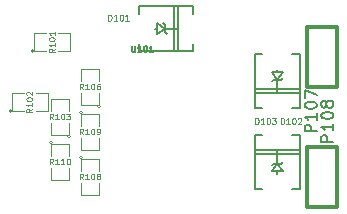
<source format=gto>
G04 (created by PCBNEW (2013-07-07 BZR 4022)-stable) date 03/01/2015 23:01:15*
%MOIN*%
G04 Gerber Fmt 3.4, Leading zero omitted, Abs format*
%FSLAX34Y34*%
G01*
G70*
G90*
G04 APERTURE LIST*
%ADD10C,0.00590551*%
%ADD11C,0.005*%
%ADD12C,0.0039*%
%ADD13C,0.012*%
%ADD14C,0.0047*%
%ADD15C,0.0043*%
%ADD16C,0.008*%
G04 APERTURE END LIST*
G54D10*
G54D11*
X94000Y-57500D02*
X94000Y-57420D01*
X94750Y-56900D02*
X94750Y-58700D01*
X94750Y-58700D02*
X94500Y-58700D01*
X93250Y-58060D02*
X94750Y-58060D01*
X93250Y-58190D02*
X94750Y-58190D01*
X93500Y-56900D02*
X93250Y-56900D01*
X93250Y-56900D02*
X93250Y-58700D01*
X93250Y-58700D02*
X93500Y-58700D01*
X94500Y-56900D02*
X94750Y-56900D01*
X94000Y-57750D02*
X94187Y-57500D01*
X94187Y-57500D02*
X94000Y-57500D01*
X94000Y-57500D02*
X93813Y-57500D01*
X93813Y-57500D02*
X94000Y-57750D01*
X94000Y-57750D02*
X94125Y-57750D01*
X94125Y-57750D02*
X94187Y-57688D01*
X94000Y-57750D02*
X93875Y-57750D01*
X93875Y-57750D02*
X93813Y-57812D01*
X94000Y-57750D02*
X94000Y-58187D01*
X94000Y-60800D02*
X94000Y-60880D01*
X93250Y-61400D02*
X93250Y-59600D01*
X93250Y-59600D02*
X93500Y-59600D01*
X94750Y-60240D02*
X93250Y-60240D01*
X94750Y-60110D02*
X93250Y-60110D01*
X94500Y-61400D02*
X94750Y-61400D01*
X94750Y-61400D02*
X94750Y-59600D01*
X94750Y-59600D02*
X94500Y-59600D01*
X93500Y-61400D02*
X93250Y-61400D01*
X94000Y-60550D02*
X93813Y-60800D01*
X93813Y-60800D02*
X94000Y-60800D01*
X94000Y-60800D02*
X94187Y-60800D01*
X94187Y-60800D02*
X94000Y-60550D01*
X94000Y-60550D02*
X93875Y-60550D01*
X93875Y-60550D02*
X93813Y-60612D01*
X94000Y-60550D02*
X94125Y-60550D01*
X94125Y-60550D02*
X94187Y-60488D01*
X94000Y-60550D02*
X94000Y-60113D01*
X90000Y-56050D02*
X89920Y-56050D01*
X89400Y-55300D02*
X91200Y-55300D01*
X91200Y-55300D02*
X91200Y-55550D01*
X90560Y-56800D02*
X90560Y-55300D01*
X90690Y-56800D02*
X90690Y-55300D01*
X89400Y-56550D02*
X89400Y-56800D01*
X89400Y-56800D02*
X91200Y-56800D01*
X91200Y-56800D02*
X91200Y-56550D01*
X89400Y-55550D02*
X89400Y-55300D01*
X90250Y-56050D02*
X90000Y-55863D01*
X90000Y-55863D02*
X90000Y-56050D01*
X90000Y-56050D02*
X90000Y-56237D01*
X90000Y-56237D02*
X90250Y-56050D01*
X90250Y-56050D02*
X90250Y-55925D01*
X90250Y-55925D02*
X90188Y-55863D01*
X90250Y-56050D02*
X90250Y-56175D01*
X90250Y-56175D02*
X90312Y-56237D01*
X90250Y-56050D02*
X90687Y-56050D01*
G54D12*
X85900Y-56800D02*
G75*
G03X85900Y-56800I-50J0D01*
G74*
G01*
X86300Y-56800D02*
X85900Y-56800D01*
X85900Y-56800D02*
X85900Y-56200D01*
X85900Y-56200D02*
X86300Y-56200D01*
X86700Y-56200D02*
X87100Y-56200D01*
X87100Y-56200D02*
X87100Y-56800D01*
X87100Y-56800D02*
X86700Y-56800D01*
X87100Y-59650D02*
G75*
G03X87100Y-59650I-50J0D01*
G74*
G01*
X87050Y-59200D02*
X87050Y-59600D01*
X87050Y-59600D02*
X86450Y-59600D01*
X86450Y-59600D02*
X86450Y-59200D01*
X86450Y-58800D02*
X86450Y-58400D01*
X86450Y-58400D02*
X87050Y-58400D01*
X87050Y-58400D02*
X87050Y-58800D01*
X85150Y-58800D02*
G75*
G03X85150Y-58800I-50J0D01*
G74*
G01*
X85550Y-58800D02*
X85150Y-58800D01*
X85150Y-58800D02*
X85150Y-58200D01*
X85150Y-58200D02*
X85550Y-58200D01*
X85950Y-58200D02*
X86350Y-58200D01*
X86350Y-58200D02*
X86350Y-58800D01*
X86350Y-58800D02*
X85950Y-58800D01*
X87500Y-60350D02*
G75*
G03X87500Y-60350I-50J0D01*
G74*
G01*
X87450Y-60800D02*
X87450Y-60400D01*
X87450Y-60400D02*
X88050Y-60400D01*
X88050Y-60400D02*
X88050Y-60800D01*
X88050Y-61200D02*
X88050Y-61600D01*
X88050Y-61600D02*
X87450Y-61600D01*
X87450Y-61600D02*
X87450Y-61200D01*
X86500Y-59850D02*
G75*
G03X86500Y-59850I-50J0D01*
G74*
G01*
X86450Y-60300D02*
X86450Y-59900D01*
X86450Y-59900D02*
X87050Y-59900D01*
X87050Y-59900D02*
X87050Y-60300D01*
X87050Y-60700D02*
X87050Y-61100D01*
X87050Y-61100D02*
X86450Y-61100D01*
X86450Y-61100D02*
X86450Y-60700D01*
X87500Y-58850D02*
G75*
G03X87500Y-58850I-50J0D01*
G74*
G01*
X87450Y-59300D02*
X87450Y-58900D01*
X87450Y-58900D02*
X88050Y-58900D01*
X88050Y-58900D02*
X88050Y-59300D01*
X88050Y-59700D02*
X88050Y-60100D01*
X88050Y-60100D02*
X87450Y-60100D01*
X87450Y-60100D02*
X87450Y-59700D01*
X88100Y-58650D02*
G75*
G03X88100Y-58650I-50J0D01*
G74*
G01*
X88050Y-58200D02*
X88050Y-58600D01*
X88050Y-58600D02*
X87450Y-58600D01*
X87450Y-58600D02*
X87450Y-58200D01*
X87450Y-57800D02*
X87450Y-57400D01*
X87450Y-57400D02*
X88050Y-57400D01*
X88050Y-57400D02*
X88050Y-57800D01*
G54D13*
X95000Y-60000D02*
X96000Y-60000D01*
X96000Y-60000D02*
X96000Y-62000D01*
X96000Y-62000D02*
X95000Y-62000D01*
X95000Y-62000D02*
X95000Y-60000D01*
X95000Y-56000D02*
X96000Y-56000D01*
X96000Y-56000D02*
X96000Y-58000D01*
X96000Y-58000D02*
X95000Y-58000D01*
X95000Y-58000D02*
X95000Y-56000D01*
G54D14*
X94111Y-59230D02*
X94111Y-59030D01*
X94159Y-59030D01*
X94188Y-59040D01*
X94207Y-59059D01*
X94216Y-59078D01*
X94226Y-59116D01*
X94226Y-59145D01*
X94216Y-59183D01*
X94207Y-59202D01*
X94188Y-59221D01*
X94159Y-59230D01*
X94111Y-59230D01*
X94416Y-59230D02*
X94302Y-59230D01*
X94359Y-59230D02*
X94359Y-59030D01*
X94340Y-59059D01*
X94321Y-59078D01*
X94302Y-59088D01*
X94540Y-59030D02*
X94559Y-59030D01*
X94578Y-59040D01*
X94588Y-59050D01*
X94597Y-59069D01*
X94607Y-59107D01*
X94607Y-59154D01*
X94597Y-59192D01*
X94588Y-59211D01*
X94578Y-59221D01*
X94559Y-59230D01*
X94540Y-59230D01*
X94521Y-59221D01*
X94511Y-59211D01*
X94502Y-59192D01*
X94492Y-59154D01*
X94492Y-59107D01*
X94502Y-59069D01*
X94511Y-59050D01*
X94521Y-59040D01*
X94540Y-59030D01*
X94683Y-59050D02*
X94692Y-59040D01*
X94711Y-59030D01*
X94759Y-59030D01*
X94778Y-59040D01*
X94788Y-59050D01*
X94797Y-59069D01*
X94797Y-59088D01*
X94788Y-59116D01*
X94673Y-59230D01*
X94797Y-59230D01*
X93261Y-59230D02*
X93261Y-59030D01*
X93309Y-59030D01*
X93338Y-59040D01*
X93357Y-59059D01*
X93366Y-59078D01*
X93376Y-59116D01*
X93376Y-59145D01*
X93366Y-59183D01*
X93357Y-59202D01*
X93338Y-59221D01*
X93309Y-59230D01*
X93261Y-59230D01*
X93566Y-59230D02*
X93452Y-59230D01*
X93509Y-59230D02*
X93509Y-59030D01*
X93490Y-59059D01*
X93471Y-59078D01*
X93452Y-59088D01*
X93690Y-59030D02*
X93709Y-59030D01*
X93728Y-59040D01*
X93738Y-59050D01*
X93747Y-59069D01*
X93757Y-59107D01*
X93757Y-59154D01*
X93747Y-59192D01*
X93738Y-59211D01*
X93728Y-59221D01*
X93709Y-59230D01*
X93690Y-59230D01*
X93671Y-59221D01*
X93661Y-59211D01*
X93652Y-59192D01*
X93642Y-59154D01*
X93642Y-59107D01*
X93652Y-59069D01*
X93661Y-59050D01*
X93671Y-59040D01*
X93690Y-59030D01*
X93823Y-59030D02*
X93947Y-59030D01*
X93880Y-59107D01*
X93909Y-59107D01*
X93928Y-59116D01*
X93938Y-59126D01*
X93947Y-59145D01*
X93947Y-59192D01*
X93938Y-59211D01*
X93928Y-59221D01*
X93909Y-59230D01*
X93852Y-59230D01*
X93833Y-59221D01*
X93823Y-59211D01*
X88361Y-55780D02*
X88361Y-55580D01*
X88409Y-55580D01*
X88438Y-55590D01*
X88457Y-55609D01*
X88466Y-55628D01*
X88476Y-55666D01*
X88476Y-55695D01*
X88466Y-55733D01*
X88457Y-55752D01*
X88438Y-55771D01*
X88409Y-55780D01*
X88361Y-55780D01*
X88666Y-55780D02*
X88552Y-55780D01*
X88609Y-55780D02*
X88609Y-55580D01*
X88590Y-55609D01*
X88571Y-55628D01*
X88552Y-55638D01*
X88790Y-55580D02*
X88809Y-55580D01*
X88828Y-55590D01*
X88838Y-55600D01*
X88847Y-55619D01*
X88857Y-55657D01*
X88857Y-55704D01*
X88847Y-55742D01*
X88838Y-55761D01*
X88828Y-55771D01*
X88809Y-55780D01*
X88790Y-55780D01*
X88771Y-55771D01*
X88761Y-55761D01*
X88752Y-55742D01*
X88742Y-55704D01*
X88742Y-55657D01*
X88752Y-55619D01*
X88761Y-55600D01*
X88771Y-55590D01*
X88790Y-55580D01*
X89047Y-55780D02*
X88933Y-55780D01*
X88990Y-55780D02*
X88990Y-55580D01*
X88971Y-55609D01*
X88952Y-55628D01*
X88933Y-55638D01*
G54D11*
X89157Y-56630D02*
X89157Y-56792D01*
X89166Y-56811D01*
X89176Y-56821D01*
X89195Y-56830D01*
X89233Y-56830D01*
X89252Y-56821D01*
X89261Y-56811D01*
X89271Y-56792D01*
X89271Y-56630D01*
X89471Y-56830D02*
X89357Y-56830D01*
X89414Y-56830D02*
X89414Y-56630D01*
X89395Y-56659D01*
X89376Y-56678D01*
X89357Y-56688D01*
X89595Y-56630D02*
X89614Y-56630D01*
X89633Y-56640D01*
X89642Y-56650D01*
X89652Y-56669D01*
X89661Y-56707D01*
X89661Y-56754D01*
X89652Y-56792D01*
X89642Y-56811D01*
X89633Y-56821D01*
X89614Y-56830D01*
X89595Y-56830D01*
X89576Y-56821D01*
X89566Y-56811D01*
X89557Y-56792D01*
X89547Y-56754D01*
X89547Y-56707D01*
X89557Y-56669D01*
X89566Y-56650D01*
X89576Y-56640D01*
X89595Y-56630D01*
X89852Y-56830D02*
X89738Y-56830D01*
X89795Y-56830D02*
X89795Y-56630D01*
X89776Y-56659D01*
X89757Y-56678D01*
X89738Y-56688D01*
G54D15*
X86579Y-56720D02*
X86485Y-56786D01*
X86579Y-56833D02*
X86382Y-56833D01*
X86382Y-56757D01*
X86392Y-56739D01*
X86401Y-56729D01*
X86420Y-56720D01*
X86448Y-56720D01*
X86467Y-56729D01*
X86476Y-56739D01*
X86485Y-56757D01*
X86485Y-56833D01*
X86579Y-56532D02*
X86579Y-56645D01*
X86579Y-56589D02*
X86382Y-56589D01*
X86410Y-56607D01*
X86429Y-56626D01*
X86439Y-56645D01*
X86382Y-56410D02*
X86382Y-56392D01*
X86392Y-56373D01*
X86401Y-56363D01*
X86420Y-56354D01*
X86457Y-56345D01*
X86504Y-56345D01*
X86542Y-56354D01*
X86560Y-56363D01*
X86570Y-56373D01*
X86579Y-56392D01*
X86579Y-56410D01*
X86570Y-56429D01*
X86560Y-56439D01*
X86542Y-56448D01*
X86504Y-56457D01*
X86457Y-56457D01*
X86420Y-56448D01*
X86401Y-56439D01*
X86392Y-56429D01*
X86382Y-56410D01*
X86579Y-56157D02*
X86579Y-56270D01*
X86579Y-56213D02*
X86382Y-56213D01*
X86410Y-56232D01*
X86429Y-56251D01*
X86439Y-56270D01*
X86529Y-59079D02*
X86463Y-58985D01*
X86416Y-59079D02*
X86416Y-58882D01*
X86492Y-58882D01*
X86510Y-58892D01*
X86520Y-58901D01*
X86529Y-58920D01*
X86529Y-58948D01*
X86520Y-58967D01*
X86510Y-58976D01*
X86492Y-58985D01*
X86416Y-58985D01*
X86717Y-59079D02*
X86604Y-59079D01*
X86660Y-59079D02*
X86660Y-58882D01*
X86642Y-58910D01*
X86623Y-58929D01*
X86604Y-58939D01*
X86839Y-58882D02*
X86857Y-58882D01*
X86876Y-58892D01*
X86886Y-58901D01*
X86895Y-58920D01*
X86904Y-58957D01*
X86904Y-59004D01*
X86895Y-59042D01*
X86886Y-59060D01*
X86876Y-59070D01*
X86857Y-59079D01*
X86839Y-59079D01*
X86820Y-59070D01*
X86810Y-59060D01*
X86801Y-59042D01*
X86792Y-59004D01*
X86792Y-58957D01*
X86801Y-58920D01*
X86810Y-58901D01*
X86820Y-58892D01*
X86839Y-58882D01*
X86970Y-58882D02*
X87092Y-58882D01*
X87026Y-58957D01*
X87054Y-58957D01*
X87073Y-58967D01*
X87083Y-58976D01*
X87092Y-58995D01*
X87092Y-59042D01*
X87083Y-59060D01*
X87073Y-59070D01*
X87054Y-59079D01*
X86998Y-59079D01*
X86979Y-59070D01*
X86970Y-59060D01*
X85829Y-58720D02*
X85735Y-58786D01*
X85829Y-58833D02*
X85632Y-58833D01*
X85632Y-58757D01*
X85642Y-58739D01*
X85651Y-58729D01*
X85670Y-58720D01*
X85698Y-58720D01*
X85717Y-58729D01*
X85726Y-58739D01*
X85735Y-58757D01*
X85735Y-58833D01*
X85829Y-58532D02*
X85829Y-58645D01*
X85829Y-58589D02*
X85632Y-58589D01*
X85660Y-58607D01*
X85679Y-58626D01*
X85689Y-58645D01*
X85632Y-58410D02*
X85632Y-58392D01*
X85642Y-58373D01*
X85651Y-58363D01*
X85670Y-58354D01*
X85707Y-58345D01*
X85754Y-58345D01*
X85792Y-58354D01*
X85810Y-58363D01*
X85820Y-58373D01*
X85829Y-58392D01*
X85829Y-58410D01*
X85820Y-58429D01*
X85810Y-58439D01*
X85792Y-58448D01*
X85754Y-58457D01*
X85707Y-58457D01*
X85670Y-58448D01*
X85651Y-58439D01*
X85642Y-58429D01*
X85632Y-58410D01*
X85651Y-58270D02*
X85642Y-58260D01*
X85632Y-58242D01*
X85632Y-58195D01*
X85642Y-58176D01*
X85651Y-58166D01*
X85670Y-58157D01*
X85689Y-58157D01*
X85717Y-58166D01*
X85829Y-58279D01*
X85829Y-58157D01*
X87529Y-61079D02*
X87463Y-60985D01*
X87416Y-61079D02*
X87416Y-60882D01*
X87492Y-60882D01*
X87510Y-60892D01*
X87520Y-60901D01*
X87529Y-60920D01*
X87529Y-60948D01*
X87520Y-60967D01*
X87510Y-60976D01*
X87492Y-60985D01*
X87416Y-60985D01*
X87717Y-61079D02*
X87604Y-61079D01*
X87660Y-61079D02*
X87660Y-60882D01*
X87642Y-60910D01*
X87623Y-60929D01*
X87604Y-60939D01*
X87839Y-60882D02*
X87857Y-60882D01*
X87876Y-60892D01*
X87886Y-60901D01*
X87895Y-60920D01*
X87904Y-60957D01*
X87904Y-61004D01*
X87895Y-61042D01*
X87886Y-61060D01*
X87876Y-61070D01*
X87857Y-61079D01*
X87839Y-61079D01*
X87820Y-61070D01*
X87810Y-61060D01*
X87801Y-61042D01*
X87792Y-61004D01*
X87792Y-60957D01*
X87801Y-60920D01*
X87810Y-60901D01*
X87820Y-60892D01*
X87839Y-60882D01*
X88017Y-60967D02*
X87998Y-60957D01*
X87989Y-60948D01*
X87979Y-60929D01*
X87979Y-60920D01*
X87989Y-60901D01*
X87998Y-60892D01*
X88017Y-60882D01*
X88054Y-60882D01*
X88073Y-60892D01*
X88083Y-60901D01*
X88092Y-60920D01*
X88092Y-60929D01*
X88083Y-60948D01*
X88073Y-60957D01*
X88054Y-60967D01*
X88017Y-60967D01*
X87998Y-60976D01*
X87989Y-60985D01*
X87979Y-61004D01*
X87979Y-61042D01*
X87989Y-61060D01*
X87998Y-61070D01*
X88017Y-61079D01*
X88054Y-61079D01*
X88073Y-61070D01*
X88083Y-61060D01*
X88092Y-61042D01*
X88092Y-61004D01*
X88083Y-60985D01*
X88073Y-60976D01*
X88054Y-60967D01*
X86529Y-60579D02*
X86463Y-60485D01*
X86416Y-60579D02*
X86416Y-60382D01*
X86492Y-60382D01*
X86510Y-60392D01*
X86520Y-60401D01*
X86529Y-60420D01*
X86529Y-60448D01*
X86520Y-60467D01*
X86510Y-60476D01*
X86492Y-60485D01*
X86416Y-60485D01*
X86717Y-60579D02*
X86604Y-60579D01*
X86660Y-60579D02*
X86660Y-60382D01*
X86642Y-60410D01*
X86623Y-60429D01*
X86604Y-60439D01*
X86904Y-60579D02*
X86792Y-60579D01*
X86848Y-60579D02*
X86848Y-60382D01*
X86829Y-60410D01*
X86810Y-60429D01*
X86792Y-60439D01*
X87026Y-60382D02*
X87045Y-60382D01*
X87064Y-60392D01*
X87073Y-60401D01*
X87083Y-60420D01*
X87092Y-60457D01*
X87092Y-60504D01*
X87083Y-60542D01*
X87073Y-60560D01*
X87064Y-60570D01*
X87045Y-60579D01*
X87026Y-60579D01*
X87007Y-60570D01*
X86998Y-60560D01*
X86989Y-60542D01*
X86979Y-60504D01*
X86979Y-60457D01*
X86989Y-60420D01*
X86998Y-60401D01*
X87007Y-60392D01*
X87026Y-60382D01*
X87529Y-59579D02*
X87463Y-59485D01*
X87416Y-59579D02*
X87416Y-59382D01*
X87492Y-59382D01*
X87510Y-59392D01*
X87520Y-59401D01*
X87529Y-59420D01*
X87529Y-59448D01*
X87520Y-59467D01*
X87510Y-59476D01*
X87492Y-59485D01*
X87416Y-59485D01*
X87717Y-59579D02*
X87604Y-59579D01*
X87660Y-59579D02*
X87660Y-59382D01*
X87642Y-59410D01*
X87623Y-59429D01*
X87604Y-59439D01*
X87839Y-59382D02*
X87857Y-59382D01*
X87876Y-59392D01*
X87886Y-59401D01*
X87895Y-59420D01*
X87904Y-59457D01*
X87904Y-59504D01*
X87895Y-59542D01*
X87886Y-59560D01*
X87876Y-59570D01*
X87857Y-59579D01*
X87839Y-59579D01*
X87820Y-59570D01*
X87810Y-59560D01*
X87801Y-59542D01*
X87792Y-59504D01*
X87792Y-59457D01*
X87801Y-59420D01*
X87810Y-59401D01*
X87820Y-59392D01*
X87839Y-59382D01*
X87998Y-59579D02*
X88036Y-59579D01*
X88054Y-59570D01*
X88064Y-59560D01*
X88083Y-59532D01*
X88092Y-59495D01*
X88092Y-59420D01*
X88083Y-59401D01*
X88073Y-59392D01*
X88054Y-59382D01*
X88017Y-59382D01*
X87998Y-59392D01*
X87989Y-59401D01*
X87979Y-59420D01*
X87979Y-59467D01*
X87989Y-59485D01*
X87998Y-59495D01*
X88017Y-59504D01*
X88054Y-59504D01*
X88073Y-59495D01*
X88083Y-59485D01*
X88092Y-59467D01*
X87529Y-58079D02*
X87463Y-57985D01*
X87416Y-58079D02*
X87416Y-57882D01*
X87492Y-57882D01*
X87510Y-57892D01*
X87520Y-57901D01*
X87529Y-57920D01*
X87529Y-57948D01*
X87520Y-57967D01*
X87510Y-57976D01*
X87492Y-57985D01*
X87416Y-57985D01*
X87717Y-58079D02*
X87604Y-58079D01*
X87660Y-58079D02*
X87660Y-57882D01*
X87642Y-57910D01*
X87623Y-57929D01*
X87604Y-57939D01*
X87839Y-57882D02*
X87857Y-57882D01*
X87876Y-57892D01*
X87886Y-57901D01*
X87895Y-57920D01*
X87904Y-57957D01*
X87904Y-58004D01*
X87895Y-58042D01*
X87886Y-58060D01*
X87876Y-58070D01*
X87857Y-58079D01*
X87839Y-58079D01*
X87820Y-58070D01*
X87810Y-58060D01*
X87801Y-58042D01*
X87792Y-58004D01*
X87792Y-57957D01*
X87801Y-57920D01*
X87810Y-57901D01*
X87820Y-57892D01*
X87839Y-57882D01*
X88073Y-57882D02*
X88036Y-57882D01*
X88017Y-57892D01*
X88007Y-57901D01*
X87989Y-57929D01*
X87979Y-57967D01*
X87979Y-58042D01*
X87989Y-58060D01*
X87998Y-58070D01*
X88017Y-58079D01*
X88054Y-58079D01*
X88073Y-58070D01*
X88083Y-58060D01*
X88092Y-58042D01*
X88092Y-57995D01*
X88083Y-57976D01*
X88073Y-57967D01*
X88054Y-57957D01*
X88017Y-57957D01*
X87998Y-57967D01*
X87989Y-57976D01*
X87979Y-57995D01*
G54D16*
X95861Y-59826D02*
X95461Y-59826D01*
X95461Y-59673D01*
X95480Y-59635D01*
X95500Y-59616D01*
X95538Y-59597D01*
X95595Y-59597D01*
X95633Y-59616D01*
X95652Y-59635D01*
X95671Y-59673D01*
X95671Y-59826D01*
X95861Y-59216D02*
X95861Y-59445D01*
X95861Y-59330D02*
X95461Y-59330D01*
X95519Y-59369D01*
X95557Y-59407D01*
X95576Y-59445D01*
X95461Y-58969D02*
X95461Y-58930D01*
X95480Y-58892D01*
X95500Y-58873D01*
X95538Y-58854D01*
X95614Y-58835D01*
X95709Y-58835D01*
X95785Y-58854D01*
X95823Y-58873D01*
X95842Y-58892D01*
X95861Y-58930D01*
X95861Y-58969D01*
X95842Y-59007D01*
X95823Y-59026D01*
X95785Y-59045D01*
X95709Y-59064D01*
X95614Y-59064D01*
X95538Y-59045D01*
X95500Y-59026D01*
X95480Y-59007D01*
X95461Y-58969D01*
X95633Y-58607D02*
X95614Y-58645D01*
X95595Y-58664D01*
X95557Y-58683D01*
X95538Y-58683D01*
X95500Y-58664D01*
X95480Y-58645D01*
X95461Y-58607D01*
X95461Y-58530D01*
X95480Y-58492D01*
X95500Y-58473D01*
X95538Y-58454D01*
X95557Y-58454D01*
X95595Y-58473D01*
X95614Y-58492D01*
X95633Y-58530D01*
X95633Y-58607D01*
X95652Y-58645D01*
X95671Y-58664D01*
X95709Y-58683D01*
X95785Y-58683D01*
X95823Y-58664D01*
X95842Y-58645D01*
X95861Y-58607D01*
X95861Y-58530D01*
X95842Y-58492D01*
X95823Y-58473D01*
X95785Y-58454D01*
X95709Y-58454D01*
X95671Y-58473D01*
X95652Y-58492D01*
X95633Y-58530D01*
X95311Y-59476D02*
X94911Y-59476D01*
X94911Y-59323D01*
X94930Y-59285D01*
X94950Y-59266D01*
X94988Y-59247D01*
X95045Y-59247D01*
X95083Y-59266D01*
X95102Y-59285D01*
X95121Y-59323D01*
X95121Y-59476D01*
X95311Y-58866D02*
X95311Y-59095D01*
X95311Y-58980D02*
X94911Y-58980D01*
X94969Y-59019D01*
X95007Y-59057D01*
X95026Y-59095D01*
X94911Y-58619D02*
X94911Y-58580D01*
X94930Y-58542D01*
X94950Y-58523D01*
X94988Y-58504D01*
X95064Y-58485D01*
X95159Y-58485D01*
X95235Y-58504D01*
X95273Y-58523D01*
X95292Y-58542D01*
X95311Y-58580D01*
X95311Y-58619D01*
X95292Y-58657D01*
X95273Y-58676D01*
X95235Y-58695D01*
X95159Y-58714D01*
X95064Y-58714D01*
X94988Y-58695D01*
X94950Y-58676D01*
X94930Y-58657D01*
X94911Y-58619D01*
X94911Y-58352D02*
X94911Y-58085D01*
X95311Y-58257D01*
M02*

</source>
